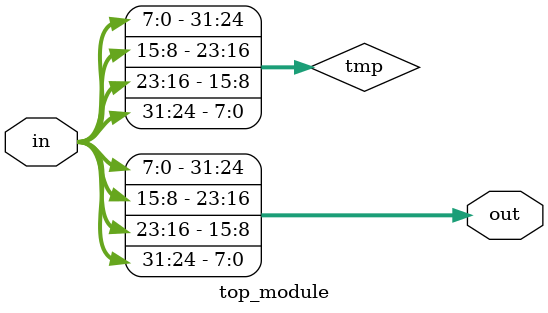
<source format=sv>
module top_module (
    input [31:0] in,
    output [31:0] out
);

    // Creating a temporary variable to store the reversed byte order
    wire [31:0] tmp;
    
    // Reversing the byte order using concatenation 
    assign tmp = {in[7:0], in[15:8], in[23:16], in[31:24]};
    
    // Assigning the reversed byte order to the output
    assign out = tmp;
    
endmodule

</source>
